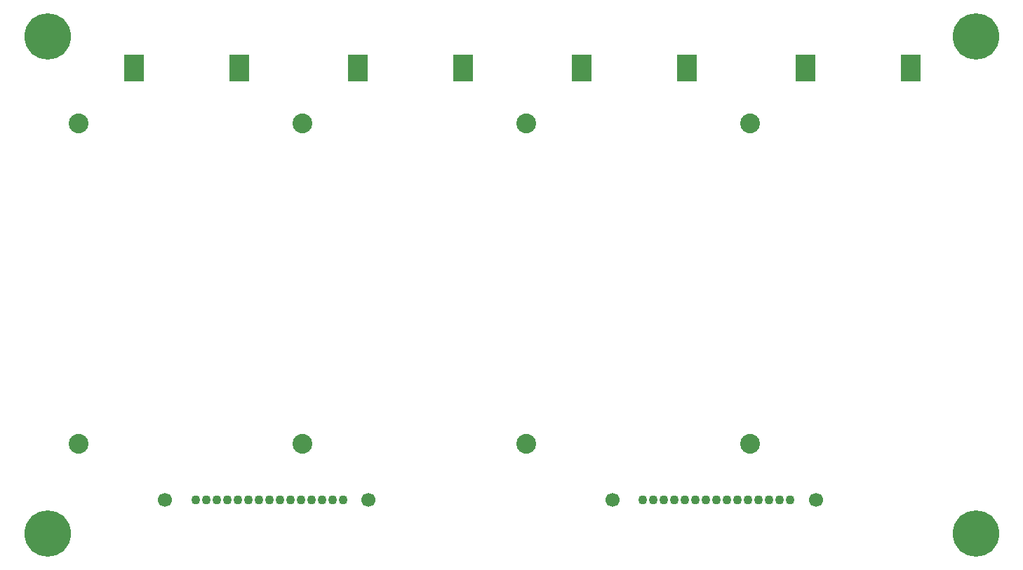
<source format=gbr>
%TF.GenerationSoftware,KiCad,Pcbnew,8.0.7*%
%TF.CreationDate,2025-02-18T10:18:35-06:00*%
%TF.ProjectId,RickNAS_4PortSATA,5269636b-4e41-4535-9f34-506f72745341,rev?*%
%TF.SameCoordinates,Original*%
%TF.FileFunction,Soldermask,Bot*%
%TF.FilePolarity,Negative*%
%FSLAX46Y46*%
G04 Gerber Fmt 4.6, Leading zero omitted, Abs format (unit mm)*
G04 Created by KiCad (PCBNEW 8.0.7) date 2025-02-18 10:18:35*
%MOMM*%
%LPD*%
G01*
G04 APERTURE LIST*
%ADD10C,5.600000*%
%ADD11C,2.387600*%
%ADD12R,2.387600X3.200400*%
%ADD13C,1.100000*%
%ADD14C,1.700000*%
G04 APERTURE END LIST*
D10*
%TO.C,H4*%
X203000000Y-139000000D03*
%TD*%
%TO.C,H3*%
X91000000Y-139000000D03*
%TD*%
%TO.C,H2*%
X203000000Y-79000000D03*
%TD*%
%TO.C,H1*%
X91000000Y-79000000D03*
%TD*%
D11*
%TO.C,U8*%
X175764698Y-89490027D03*
X175764698Y-128220023D03*
%TD*%
D12*
%TO.C,U9*%
X182430001Y-82818499D03*
X195170001Y-82818499D03*
%TD*%
%TO.C,U5*%
X168170001Y-82818499D03*
X155430001Y-82818499D03*
%TD*%
D11*
%TO.C,U4*%
X148764698Y-89490027D03*
X148764698Y-128220023D03*
%TD*%
D12*
%TO.C,U7*%
X128430001Y-82818499D03*
X141170001Y-82818499D03*
%TD*%
D11*
%TO.C,U6*%
X121764698Y-89490027D03*
X121764698Y-128220023D03*
%TD*%
%TO.C,U1*%
X94764698Y-89490027D03*
X94764698Y-128220023D03*
%TD*%
D13*
%TO.C,U10*%
X180620000Y-135000000D03*
X179350000Y-135000000D03*
X178080000Y-135000000D03*
X176810000Y-135000000D03*
X175540000Y-135000000D03*
X174270000Y-135000000D03*
X173000000Y-135000000D03*
X171730000Y-135000000D03*
X170460000Y-135000000D03*
X169190000Y-135000000D03*
X167920000Y-135000000D03*
X166650000Y-135000000D03*
X165380000Y-135000000D03*
X164110000Y-135000000D03*
X162840000Y-135000000D03*
D14*
X183710000Y-135000000D03*
X159180000Y-135000000D03*
%TD*%
D13*
%TO.C,U3*%
X126620000Y-135000000D03*
X125350000Y-135000000D03*
X124080000Y-135000000D03*
X122810000Y-135000000D03*
X121540000Y-135000000D03*
X120270000Y-135000000D03*
X119000000Y-135000000D03*
X117730000Y-135000000D03*
X116460000Y-135000000D03*
X115190000Y-135000000D03*
X113920000Y-135000000D03*
X112650000Y-135000000D03*
X111380000Y-135000000D03*
X110110000Y-135000000D03*
X108840000Y-135000000D03*
D14*
X129710000Y-135000000D03*
X105180000Y-135000000D03*
%TD*%
D12*
%TO.C,U2*%
X114170001Y-82818499D03*
X101430001Y-82818499D03*
%TD*%
M02*

</source>
